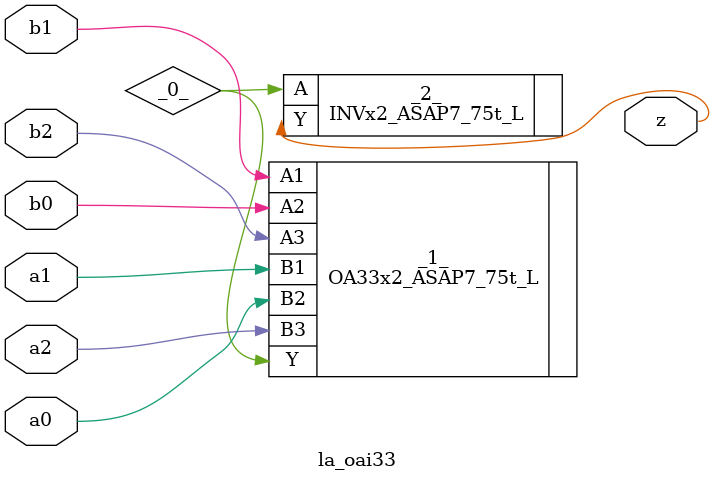
<source format=v>

/* Generated by Yosys 0.44 (git sha1 80ba43d26, g++ 11.4.0-1ubuntu1~22.04 -fPIC -O3) */

(* top =  1  *)
(* src = "generated" *)
module la_oai33 (
    a0,
    a1,
    a2,
    b0,
    b1,
    b2,
    z
);
  wire _0_;
  (* src = "generated" *)
  input a0;
  wire a0;
  (* src = "generated" *)
  input a1;
  wire a1;
  (* src = "generated" *)
  input a2;
  wire a2;
  (* src = "generated" *)
  input b0;
  wire b0;
  (* src = "generated" *)
  input b1;
  wire b1;
  (* src = "generated" *)
  input b2;
  wire b2;
  (* src = "generated" *)
  output z;
  wire z;
  OA33x2_ASAP7_75t_L _1_ (
      .A1(b1),
      .A2(b0),
      .A3(b2),
      .B1(a1),
      .B2(a0),
      .B3(a2),
      .Y (_0_)
  );
  INVx2_ASAP7_75t_L _2_ (
      .A(_0_),
      .Y(z)
  );
endmodule

</source>
